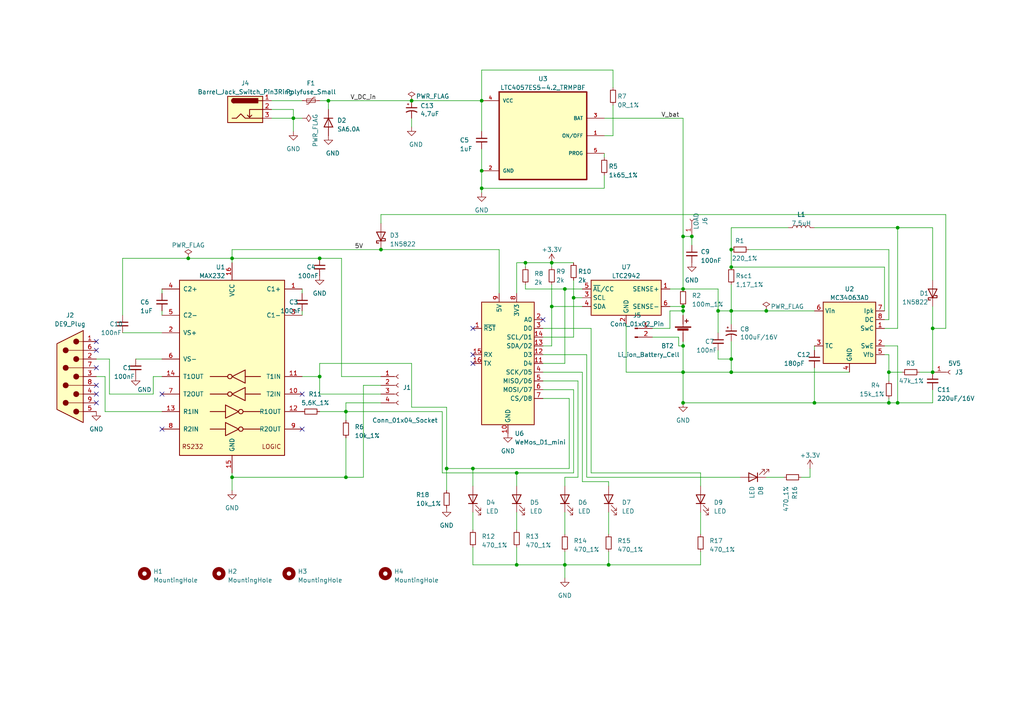
<source format=kicad_sch>
(kicad_sch (version 20230121) (generator eeschema)
  (paper "A4")
  (lib_symbols
    (symbol "Battery_Management:LTC2942"
      (property "Reference" "U" (at -10.16 6.35 0))
      (property "Value" "LTC2942" (at 10.16 6.35 0))
      (symbol "LTC2942_0_1"
        (rectangle (start -10.16 5.08) (end 10.16 -5.08) (stroke (width 0.254)) (fill (type background)))
      )
      (symbol "LTC2942_1_1"
        (pin passive line (at 12.7 2.54 180) (length 2.54) (name "SENSE+") (number "1"))
        (pin power_in line (at 0 -7.62 90) (length 2.54) (name "GND") (number "2"))
        (pin input line (at -12.7 0 0) (length 2.54) (name "SCL") (number "3"))
        (pin bidirectional line (at -12.7 -2.54 0) (length 2.54) (name "SDA") (number "4"))
        (pin bidirectional line (at -12.7 2.54 0) (length 2.54) (name "~{AL}/CC") (number "5"))
        (pin passive line (at 12.7 -2.54 180) (length 2.54) (name "SENSE-") (number "6"))
      )
    )
    (symbol "Connector:Barrel_Jack_Switch_Pin3Ring" (pin_names hide)
      (property "Reference" "J" (at 0 5.334 0))
      (property "Value" "Barrel_Jack_Switch_Pin3Ring" (at 0 -5.08 0))
      (symbol "Barrel_Jack_Switch_Pin3Ring_0_1"
        (rectangle (start -5.08 3.81) (end 5.08 -3.81) (stroke (width 0.254)) (fill (type background)))
        (arc (start -3.302 3.175) (mid -3.9343 2.54) (end -3.302 1.905) (stroke (width 0.254)))
        (arc (start -3.302 3.175) (mid -3.9343 2.54) (end -3.302 1.905) (stroke (width 0.254)) (fill (type outline)))
        (polyline (pts (xy 1.27 -2.286) (xy 1.905 -1.651)) (stroke (width 0.254)))
        (polyline (pts (xy 5.08 2.54) (xy 3.81 2.54)) (stroke (width 0.254)))
        (polyline (pts (xy 5.08 0) (xy 1.27 0) (xy 1.27 -2.286) (xy 0.635 -1.651)) (stroke (width 0.254)))
        (polyline (pts (xy -3.81 -2.54) (xy -2.54 -2.54) (xy -1.27 -1.27) (xy 0 -2.54) (xy 2.54 -2.54) (xy 5.08 -2.54)) (stroke (width 0.254)))
        (rectangle (start 3.683 3.175) (end -3.302 1.905) (stroke (width 0.254)) (fill (type outline)))
      )
      (symbol "Barrel_Jack_Switch_Pin3Ring_1_1"
        (pin passive line (at 7.62 2.54 180) (length 2.54) (name "~") (number "1"))
        (pin passive line (at 7.62 0 180) (length 2.54) (name "~") (number "2"))
        (pin passive line (at 7.62 -2.54 180) (length 2.54) (name "~") (number "3"))
      )
    )
    (symbol "Connector:Conn_01x01_Socket" (pin_names (offset 1.016) hide)
      (property "Reference" "J" (at 0 2.54 0))
      (property "Value" "Conn_01x01_Socket" (at 0 -2.54 0))
      (symbol "Conn_01x01_Socket_1_1"
        (polyline (pts (xy -1.27 0) (xy -0.508 0)) (stroke (width 0.1524)))
        (arc (start 0 0.508) (mid -0.5058 0) (end 0 -0.508) (stroke (width 0.1524)))
        (pin passive line (at -5.08 0 0) (length 3.81) (name "Pin_1") (number "1"))
      )
    )
    (symbol "Connector:Conn_01x02_Pin" (pin_names (offset 1.016) hide)
      (property "Reference" "J" (at 0 2.54 0))
      (property "Value" "Conn_01x02_Pin" (at 0 -5.08 0))
      (symbol "Conn_01x02_Pin_1_1"
        (polyline (pts (xy 1.27 -2.54) (xy 0.8636 -2.54)) (stroke (width 0.1524)))
        (polyline (pts (xy 1.27 0) (xy 0.8636 0)) (stroke (width 0.1524)))
        (rectangle (start 0.8636 -2.413) (end 0 -2.667) (stroke (width 0.1524)) (fill (type outline)))
        (rectangle (start 0.8636 0.127) (end 0 -0.127) (stroke (width 0.1524)) (fill (type outline)))
        (pin passive line (at 5.08 0 180) (length 3.81) (name "Pin_1") (number "1"))
        (pin passive line (at 5.08 -2.54 180) (length 3.81) (name "Pin_2") (number "2"))
      )
    )
    (symbol "Connector:Conn_01x04_Socket" (pin_names (offset 1.016) hide)
      (property "Reference" "J" (at 0 5.08 0))
      (property "Value" "Conn_01x04_Socket" (at 0 -7.62 0))
      (symbol "Conn_01x04_Socket_1_1"
        (arc (start 0 -4.572) (mid -0.5058 -5.08) (end 0 -5.588) (stroke (width 0.1524)))
        (arc (start 0 -2.032) (mid -0.5058 -2.54) (end 0 -3.048) (stroke (width 0.1524)))
        (polyline (pts (xy -1.27 -5.08) (xy -0.508 -5.08)) (stroke (width 0.1524)))
        (polyline (pts (xy -1.27 -2.54) (xy -0.508 -2.54)) (stroke (width 0.1524)))
        (polyline (pts (xy -1.27 0) (xy -0.508 0)) (stroke (width 0.1524)))
        (polyline (pts (xy -1.27 2.54) (xy -0.508 2.54)) (stroke (width 0.1524)))
        (arc (start 0 0.508) (mid -0.5058 0) (end 0 -0.508) (stroke (width 0.1524)))
        (arc (start 0 3.048) (mid -0.5058 2.54) (end 0 2.032) (stroke (width 0.1524)))
        (pin passive line (at -5.08 2.54 0) (length 3.81) (name "Pin_1") (number "1"))
        (pin passive line (at -5.08 0 0) (length 3.81) (name "Pin_2") (number "2"))
        (pin passive line (at -5.08 -2.54 0) (length 3.81) (name "Pin_3") (number "3"))
        (pin passive line (at -5.08 -5.08 0) (length 3.81) (name "Pin_4") (number "4"))
      )
    )
    (symbol "Connector:DE9_Plug" (pin_names (offset 1.016) hide)
      (property "Reference" "J" (at 0 13.97 0))
      (property "Value" "DE9_Plug" (at 0 -14.605 0))
      (symbol "DE9_Plug_0_1"
        (circle (center -1.778 -10.16) (radius 0.762) (fill (type outline)))
        (circle (center -1.778 -5.08) (radius 0.762) (fill (type outline)))
        (circle (center -1.778 0) (radius 0.762) (fill (type outline)))
        (circle (center -1.778 5.08) (radius 0.762) (fill (type outline)))
        (circle (center -1.778 10.16) (radius 0.762) (fill (type outline)))
        (polyline (pts (xy -3.81 -10.16) (xy -2.54 -10.16)))
        (polyline (pts (xy -3.81 -7.62) (xy 0.508 -7.62)))
        (polyline (pts (xy -3.81 -5.08) (xy -2.54 -5.08)))
        (polyline (pts (xy -3.81 -2.54) (xy 0.508 -2.54)))
        (polyline (pts (xy -3.81 0) (xy -2.54 0)))
        (polyline (pts (xy -3.81 2.54) (xy 0.508 2.54)))
        (polyline (pts (xy -3.81 5.08) (xy -2.54 5.08)))
        (polyline (pts (xy -3.81 7.62) (xy 0.508 7.62)))
        (polyline (pts (xy -3.81 10.16) (xy -2.54 10.16)))
        (polyline (pts (xy -3.81 -13.335) (xy -3.81 13.335) (xy 3.81 9.525) (xy 3.81 -9.525) (xy -3.81 -13.335)) (stroke (width 0.254)) (fill (type background)))
        (circle (center 1.27 -7.62) (radius 0.762) (fill (type outline)))
        (circle (center 1.27 -2.54) (radius 0.762) (fill (type outline)))
        (circle (center 1.27 2.54) (radius 0.762) (fill (type outline)))
        (circle (center 1.27 7.62) (radius 0.762) (fill (type outline)))
      )
      (symbol "DE9_Plug_1_1"
        (pin passive line (at -7.62 -10.16 0) (length 3.81) (name "1") (number "1"))
        (pin passive line (at -7.62 -5.08 0) (length 3.81) (name "2") (number "2"))
        (pin passive line (at -7.62 0 0) (length 3.81) (name "3") (number "3"))
        (pin passive line (at -7.62 5.08 0) (length 3.81) (name "4") (number "4"))
        (pin passive line (at -7.62 10.16 0) (length 3.81) (name "5") (number "5"))
        (pin passive line (at -7.62 -7.62 0) (length 3.81) (name "6") (number "6"))
        (pin passive line (at -7.62 -2.54 0) (length 3.81) (name "7") (number "7"))
        (pin passive line (at -7.62 2.54 0) (length 3.81) (name "8") (number "8"))
        (pin passive line (at -7.62 7.62 0) (length 3.81) (name "9") (number "9"))
      )
    )
    (symbol "Device:Battery_Cell" (pin_numbers hide) (pin_names (offset 0) hide)
      (property "Reference" "BT" (at 2.54 2.54 0))
      (property "Value" "Battery_Cell" (at 2.54 0 0))
      (symbol "Battery_Cell_0_1"
        (rectangle (start -2.286 1.778) (end 2.286 1.524) (fill (type outline)))
        (rectangle (start -1.5748 1.1938) (end 1.4732 0.6858) (fill (type outline)))
        (polyline (pts (xy 0 0.762) (xy 0 0)))
        (polyline (pts (xy 0 1.778) (xy 0 2.54)))
        (polyline (pts (xy 0.508 3.429) (xy 1.524 3.429)) (stroke (width 0.254)))
        (polyline (pts (xy 1.016 3.937) (xy 1.016 2.921)) (stroke (width 0.254)))
      )
      (symbol "Battery_Cell_1_1"
        (pin passive line (at 0 5.08 270) (length 2.54) (name "+") (number "1"))
        (pin passive line (at 0 -2.54 90) (length 2.54) (name "-") (number "2"))
      )
    )
    (symbol "Device:C_Polarized_Small_US" (pin_numbers hide) (pin_names (offset 0.254) hide)
      (property "Reference" "C" (at 0.254 1.778 0))
      (property "Value" "C_Polarized_Small_US" (at 0.254 -2.032 0))
      (symbol "C_Polarized_Small_US_0_1"
        (polyline (pts (xy -1.524 0.508) (xy 1.524 0.508)) (stroke (width 0.3048)))
        (polyline (pts (xy -1.27 1.524) (xy -0.762 1.524)))
        (polyline (pts (xy -1.016 1.27) (xy -1.016 1.778)))
        (arc (start 1.524 -0.762) (mid 0 -0.3734) (end -1.524 -0.762) (stroke (width 0.3048)))
      )
      (symbol "C_Polarized_Small_US_1_1"
        (pin passive line (at 0 2.54 270) (length 2.032) (name "~") (number "1"))
        (pin passive line (at 0 -2.54 90) (length 2.032) (name "~") (number "2"))
      )
    )
    (symbol "Device:C_Small" (pin_numbers hide) (pin_names (offset 0.254) hide)
      (property "Reference" "C" (at 0.254 1.778 0))
      (property "Value" "C_Small" (at 0.254 -2.032 0))
      (symbol "C_Small_0_1"
        (polyline (pts (xy -1.524 -0.508) (xy 1.524 -0.508)) (stroke (width 0.3302)))
        (polyline (pts (xy -1.524 0.508) (xy 1.524 0.508)) (stroke (width 0.3048)))
      )
      (symbol "C_Small_1_1"
        (pin passive line (at 0 2.54 270) (length 2.032) (name "~") (number "1"))
        (pin passive line (at 0 -2.54 90) (length 2.032) (name "~") (number "2"))
      )
    )
    (symbol "Device:L" (pin_numbers hide) (pin_names (offset 1.016) hide)
      (property "Reference" "L" (at -1.27 0 90))
      (property "Value" "L" (at 1.905 0 90))
      (symbol "L_0_1"
        (arc (start 0 -2.54) (mid 0.6323 -1.905) (end 0 -1.27))
        (arc (start 0 -1.27) (mid 0.6323 -0.635) (end 0 0))
        (arc (start 0 0) (mid 0.6323 0.635) (end 0 1.27))
        (arc (start 0 1.27) (mid 0.6323 1.905) (end 0 2.54))
      )
      (symbol "L_1_1"
        (pin passive line (at 0 3.81 270) (length 1.27) (name "1") (number "1"))
        (pin passive line (at 0 -3.81 90) (length 1.27) (name "2") (number "2"))
      )
    )
    (symbol "Device:LED" (pin_numbers hide) (pin_names (offset 1.016) hide)
      (property "Reference" "D" (at 0 2.54 0))
      (property "Value" "LED" (at 0 -2.54 0))
      (symbol "LED_0_1"
        (polyline (pts (xy -1.27 -1.27) (xy -1.27 1.27)) (stroke (width 0.254)))
        (polyline (pts (xy -1.27 0) (xy 1.27 0)))
        (polyline (pts (xy 1.27 -1.27) (xy 1.27 1.27) (xy -1.27 0) (xy 1.27 -1.27)) (stroke (width 0.254)))
        (polyline (pts (xy -3.048 -0.762) (xy -4.572 -2.286) (xy -3.81 -2.286) (xy -4.572 -2.286) (xy -4.572 -1.524)))
        (polyline (pts (xy -1.778 -0.762) (xy -3.302 -2.286) (xy -2.54 -2.286) (xy -3.302 -2.286) (xy -3.302 -1.524)))
      )
      (symbol "LED_1_1"
        (pin passive line (at -3.81 0 0) (length 2.54) (name "K") (number "1"))
        (pin passive line (at 3.81 0 180) (length 2.54) (name "A") (number "2"))
      )
    )
    (symbol "Device:Polyfuse_Small" (pin_numbers hide) (pin_names (offset 0))
      (property "Reference" "F" (at -1.905 0 90))
      (property "Value" "Polyfuse_Small" (at 1.905 0 90))
      (symbol "Polyfuse_Small_0_1"
        (rectangle (start -0.508 1.27) (end 0.508 -1.27))
        (polyline (pts (xy 0 2.54) (xy 0 -2.54)))
        (polyline (pts (xy -1.016 1.27) (xy -1.016 0.762) (xy 1.016 -0.762) (xy 1.016 -1.27)))
      )
      (symbol "Polyfuse_Small_1_1"
        (pin passive line (at 0 2.54 270) (length 0.635) (name "~") (number "1"))
        (pin passive line (at 0 -2.54 90) (length 0.635) (name "~") (number "2"))
      )
    )
    (symbol "Device:R_Small" (pin_numbers hide) (pin_names (offset 0.254) hide)
      (property "Reference" "R" (at 0.762 0.508 0))
      (property "Value" "R_Small" (at 0.762 -1.016 0))
      (symbol "R_Small_0_1"
        (rectangle (start -0.762 1.778) (end 0.762 -1.778) (stroke (width 0.2032)))
      )
      (symbol "R_Small_1_1"
        (pin passive line (at 0 2.54 270) (length 0.762) (name "~") (number "1"))
        (pin passive line (at 0 -2.54 90) (length 0.762) (name "~") (number "2"))
      )
    )
    (symbol "Diode:1N5400" (pin_numbers hide) (pin_names hide)
      (property "Reference" "D" (at 0 2.54 0))
      (property "Value" "1N5400" (at 0 -2.54 0))
      (symbol "1N5400_0_1"
        (polyline (pts (xy -1.27 1.27) (xy -1.27 -1.27)) (stroke (width 0.254)))
        (polyline (pts (xy 1.27 0) (xy -1.27 0)))
        (polyline (pts (xy 1.27 1.27) (xy 1.27 -1.27) (xy -1.27 0) (xy 1.27 1.27)) (stroke (width 0.254)))
      )
      (symbol "1N5400_1_1"
        (pin passive line (at -3.81 0 0) (length 2.54) (name "K") (number "1"))
        (pin passive line (at 3.81 0 180) (length 2.54) (name "A") (number "2"))
      )
    )
    (symbol "Diode:1N5822" (pin_numbers hide) (pin_names (offset 1.016) hide)
      (property "Reference" "D" (at 0 2.54 0))
      (property "Value" "1N5822" (at 0 -2.54 0))
      (symbol "1N5822_0_1"
        (polyline (pts (xy 1.27 0) (xy -1.27 0)))
        (polyline (pts (xy 1.27 1.27) (xy 1.27 -1.27) (xy -1.27 0) (xy 1.27 1.27)) (stroke (width 0.254)))
        (polyline (pts (xy -1.905 0.635) (xy -1.905 1.27) (xy -1.27 1.27) (xy -1.27 -1.27) (xy -0.635 -1.27) (xy -0.635 -0.635)) (stroke (width 0.254)))
      )
      (symbol "1N5822_1_1"
        (pin passive line (at -3.81 0 0) (length 2.54) (name "K") (number "1"))
        (pin passive line (at 3.81 0 180) (length 2.54) (name "A") (number "2"))
      )
    )
    (symbol "Interface_UART:MAX232" (pin_names (offset 1.016))
      (property "Reference" "U" (at -2.54 28.575 0))
      (property "Value" "MAX232" (at -2.54 26.67 0))
      (symbol "MAX232_0_0"
        (text "LOGIC" (at -11.43 -22.86 0) (effects (font (size 1.27 1.27))))
        (text "RS232" (at 11.43 -22.86 0) (effects (font (size 1.27 1.27))))
      )
      (symbol "MAX232_0_1"
        (rectangle (start -15.24 -25.4) (end 15.24 25.4) (stroke (width 0.254)) (fill (type background)))
        (circle (center -2.54 -17.78) (radius 0.635) (stroke (width 0.254)))
        (circle (center -2.54 -12.7) (radius 0.635) (stroke (width 0.254)))
        (polyline (pts (xy -3.81 -7.62) (xy -8.255 -7.62)) (stroke (width 0.254)))
        (polyline (pts (xy -3.81 -2.54) (xy -8.255 -2.54)) (stroke (width 0.254)))
        (polyline (pts (xy -3.175 -17.78) (xy -8.255 -17.78)) (stroke (width 0.254)))
        (polyline (pts (xy -3.175 -12.7) (xy -8.255 -12.7)) (stroke (width 0.254)))
        (polyline (pts (xy 1.27 -7.62) (xy 6.35 -7.62)) (stroke (width 0.254)))
        (polyline (pts (xy 1.27 -2.54) (xy 6.35 -2.54)) (stroke (width 0.254)))
        (polyline (pts (xy 1.905 -17.78) (xy 6.35 -17.78)) (stroke (width 0.254)))
        (polyline (pts (xy 1.905 -12.7) (xy 6.35 -12.7)) (stroke (width 0.254)))
        (polyline (pts (xy -3.81 -5.715) (xy -3.81 -9.525) (xy 0 -7.62) (xy -3.81 -5.715)) (stroke (width 0.254)))
        (polyline (pts (xy -3.81 -0.635) (xy -3.81 -4.445) (xy 0 -2.54) (xy -3.81 -0.635)) (stroke (width 0.254)))
        (polyline (pts (xy 1.905 -15.875) (xy 1.905 -19.685) (xy -1.905 -17.78) (xy 1.905 -15.875)) (stroke (width 0.254)))
        (polyline (pts (xy 1.905 -10.795) (xy 1.905 -14.605) (xy -1.905 -12.7) (xy 1.905 -10.795)) (stroke (width 0.254)))
        (circle (center 0.635 -7.62) (radius 0.635) (stroke (width 0.254)))
        (circle (center 0.635 -2.54) (radius 0.635) (stroke (width 0.254)))
      )
      (symbol "MAX232_1_1"
        (pin passive line (at -20.32 22.86 0) (length 5.08) (name "C1+") (number "1"))
        (pin input line (at -20.32 -7.62 0) (length 5.08) (name "T2IN") (number "10"))
        (pin input line (at -20.32 -2.54 0) (length 5.08) (name "T1IN") (number "11"))
        (pin output line (at -20.32 -12.7 0) (length 5.08) (name "R1OUT") (number "12"))
        (pin input line (at 20.32 -12.7 180) (length 5.08) (name "R1IN") (number "13"))
        (pin output line (at 20.32 -2.54 180) (length 5.08) (name "T1OUT") (number "14"))
        (pin power_in line (at 0 -30.48 90) (length 5.08) (name "GND") (number "15"))
        (pin power_in line (at 0 30.48 270) (length 5.08) (name "VCC") (number "16"))
        (pin power_out line (at 20.32 10.16 180) (length 5.08) (name "VS+") (number "2"))
        (pin passive line (at -20.32 15.24 0) (length 5.08) (name "C1-") (number "3"))
        (pin passive line (at 20.32 22.86 180) (length 5.08) (name "C2+") (number "4"))
        (pin passive line (at 20.32 15.24 180) (length 5.08) (name "C2-") (number "5"))
        (pin power_out line (at 20.32 2.54 180) (length 5.08) (name "VS-") (number "6"))
        (pin output line (at 20.32 -7.62 180) (length 5.08) (name "T2OUT") (number "7"))
        (pin input line (at 20.32 -17.78 180) (length 5.08) (name "R2IN") (number "8"))
        (pin output line (at -20.32 -17.78 0) (length 5.08) (name "R2OUT") (number "9"))
      )
    )
    (symbol "LTC4057ES5-4.2_TRMPBF:LTC4057ES5-4.2_TRMPBF" (pin_names (offset 1.016))
      (property "Reference" "U" (at -12.7 13.7 0))
      (property "Value" "LTC4057ES5-4.2_TRMPBF" (at -12.7 -16.7 0))
      (symbol "LTC4057ES5-4.2_TRMPBF_0_0"
        (rectangle (start -12.7 -12.7) (end 12.7 12.7) (stroke (width 0.41)) (fill (type background)))
        (pin bidirectional line (at -17.78 0 0) (length 5.08) (name "ON/OFF") (number "1"))
        (pin power_in line (at 17.78 -10.16 180) (length 5.08) (name "GND") (number "2"))
        (pin bidirectional line (at -17.78 5.08 0) (length 5.08) (name "BAT") (number "3"))
        (pin power_in line (at 17.78 10.16 180) (length 5.08) (name "VCC") (number "4"))
        (pin bidirectional line (at -17.78 -5.08 0) (length 5.08) (name "PROG") (number "5"))
      )
    )
    (symbol "MCU_Module:WeMos_D1_mini"
      (property "Reference" "U" (at 3.81 19.05 0))
      (property "Value" "WeMos_D1_mini" (at 1.27 -19.05 0))
      (symbol "WeMos_D1_mini_1_1"
        (rectangle (start -7.62 17.78) (end 7.62 -17.78) (stroke (width 0.254)) (fill (type background)))
        (pin input line (at -10.16 10.16 0) (length 2.54) (name "~{RST}") (number "1"))
        (pin power_in line (at 0 -20.32 90) (length 2.54) (name "GND") (number "10"))
        (pin bidirectional line (at 10.16 0 180) (length 2.54) (name "D4") (number "11"))
        (pin bidirectional line (at 10.16 2.54 180) (length 2.54) (name "D3") (number "12"))
        (pin bidirectional line (at 10.16 5.08 180) (length 2.54) (name "SDA/D2") (number "13"))
        (pin bidirectional line (at 10.16 7.62 180) (length 2.54) (name "SCL/D1") (number "14"))
        (pin input line (at -10.16 2.54 0) (length 2.54) (name "RX") (number "15"))
        (pin output line (at -10.16 0 0) (length 2.54) (name "TX") (number "16"))
        (pin input line (at 10.16 12.7 180) (length 2.54) (name "A0") (number "2"))
        (pin bidirectional line (at 10.16 10.16 180) (length 2.54) (name "D0") (number "3"))
        (pin bidirectional line (at 10.16 -2.54 180) (length 2.54) (name "SCK/D5") (number "4"))
        (pin bidirectional line (at 10.16 -5.08 180) (length 2.54) (name "MISO/D6") (number "5"))
        (pin bidirectional line (at 10.16 -7.62 180) (length 2.54) (name "MOSI/D7") (number "6"))
        (pin bidirectional line (at 10.16 -10.16 180) (length 2.54) (name "CS/D8") (number "7"))
        (pin power_out line (at 2.54 20.32 270) (length 2.54) (name "3V3") (number "8"))
        (pin power_in line (at -2.54 20.32 270) (length 2.54) (name "5V") (number "9"))
      )
    )
    (symbol "Mechanical:MountingHole" (pin_names (offset 1.016))
      (property "Reference" "H" (at 0 5.08 0))
      (property "Value" "MountingHole" (at 0 3.175 0))
      (symbol "MountingHole_0_1"
        (circle (center 0 0) (radius 1.27) (stroke (width 1.27)))
      )
    )
    (symbol "Regulator_Switching:MC34063AD"
      (property "Reference" "U" (at -7.62 8.89 0))
      (property "Value" "MC34063AD" (at 0 8.89 0))
      (symbol "MC34063AD_0_1"
        (rectangle (start -7.62 7.62) (end 7.62 -10.16) (stroke (width 0.254)) (fill (type background)))
      )
      (symbol "MC34063AD_1_1"
        (pin open_collector line (at 10.16 0 180) (length 2.54) (name "SwC") (number "1"))
        (pin open_emitter line (at 10.16 -5.08 180) (length 2.54) (name "SwE") (number "2"))
        (pin passive line (at -10.16 -5.08 0) (length 2.54) (name "TC") (number "3"))
        (pin power_in line (at 0 -12.7 90) (length 2.54) (name "GND") (number "4"))
        (pin input line (at 10.16 -7.62 180) (length 2.54) (name "Vfb") (number "5"))
        (pin power_in line (at -10.16 5.08 0) (length 2.54) (name "Vin") (number "6"))
        (pin input line (at 10.16 5.08 180) (length 2.54) (name "Ipk") (number "7"))
        (pin open_collector line (at 10.16 2.54 180) (length 2.54) (name "DC") (number "8"))
      )
    )
    (symbol "power:+3.3V" (power) (pin_names (offset 0))
      (property "Value" "+3.3V" (at 0 3.556 0))
      (symbol "+3.3V_0_1"
        (polyline (pts (xy -0.762 1.27) (xy 0 2.54)))
        (polyline (pts (xy 0 0) (xy 0 2.54)))
        (polyline (pts (xy 0 2.54) (xy 0.762 1.27)))
      )
      (symbol "+3.3V_1_1"
        (pin power_in line (at 0 0 90) (length 0) hide (name "+3.3V") (number "1"))
      )
    )
    (symbol "power:GND" (power) (pin_names (offset 0))
      (property "Value" "GND" (at 0 -3.81 0))
      (symbol "GND_0_1"
        (polyline (pts (xy 0 0) (xy 0 -1.27) (xy 1.27 -1.27) (xy 0 -2.54) (xy -1.27 -1.27) (xy 0 -1.27)))
      )
      (symbol "GND_1_1"
        (pin power_in line (at 0 0 270) (length 0) hide (name "GND") (number "1"))
      )
    )
    (symbol "power:PWR_FLAG" (power) (pin_numbers hide) (pin_names (offset 0) hide)
      (property "Value" "PWR_FLAG" (at 0 3.81 0))
      (symbol "PWR_FLAG_0_0"
        (pin power_out line (at 0 0 90) (length 0) (name "pwr") (number "1"))
      )
      (symbol "PWR_FLAG_0_1"
        (polyline (pts (xy 0 0) (xy 0 1.27) (xy -1.016 1.905) (xy 0 2.54) (xy 1.016 1.905) (xy 0 1.27)))
      )
    )
  )
  (junction (at 212.09 72.39))
  (junction (at 67.31 138.43))
  (junction (at 92.71 74.93))
  (junction (at 270.51 95.25))
  (junction (at 54.61 74.93))
  (junction (at 139.7 54.61))
  (junction (at 100.33 119.38))
  (junction (at 198.12 90.17))
  (junction (at 198.12 100.33))
  (junction (at 260.35 116.84))
  (junction (at 67.31 74.93))
  (junction (at 149.86 137.16))
  (junction (at 212.09 104.14))
  (junction (at 200.66 68.58))
  (junction (at 163.83 163.83))
  (junction (at 149.86 163.83))
  (junction (at 119.38 29.21))
  (junction (at 212.09 77.47))
  (junction (at 198.12 68.58))
  (junction (at 260.35 66.04))
  (junction (at 139.7 49.53))
  (junction (at 85.09 34.29))
  (junction (at 236.22 116.84))
  (junction (at 198.12 107.95))
  (junction (at 212.09 107.95))
  (junction (at 95.25 29.21))
  (junction (at 198.12 88.9))
  (junction (at 92.71 109.22))
  (junction (at 160.02 76.2))
  (junction (at 110.49 72.39))
  (junction (at 137.16 135.89))
  (junction (at 129.54 135.89))
  (junction (at 163.83 83.82))
  (junction (at 208.28 90.17))
  (junction (at 257.81 107.95))
  (junction (at 166.37 86.36))
  (junction (at 198.12 83.82))
  (junction (at 139.7 29.21))
  (junction (at 270.51 107.95))
  (junction (at 212.09 90.17))
  (junction (at 152.4 76.2))
  (junction (at 257.81 116.84))
  (junction (at 100.33 138.43))
  (junction (at 176.53 163.83))
  (junction (at 222.25 90.17))
  (junction (at 198.12 116.84))
  (junction (at 160.02 88.9))
  (no_connect (at 27.94 101.6))
  (no_connect (at 46.99 124.46))
  (no_connect (at 27.94 99.06))
  (no_connect (at 87.63 114.3))
  (no_connect (at 137.16 95.25))
  (no_connect (at 46.99 114.3))
  (no_connect (at 157.48 92.71))
  (no_connect (at 27.94 106.68))
  (no_connect (at 27.94 116.84))
  (no_connect (at 87.63 124.46))
  (no_connect (at 27.94 114.3))
  (no_connect (at 27.94 111.76))
  (no_connect (at 137.16 102.87))
  (no_connect (at 137.16 105.41))
  (wire (pts (xy 198.12 99.06) (xy 198.12 100.33)))
  (wire (pts (xy 149.86 137.16) (xy 149.86 140.97)))
  (wire (pts (xy 85.09 38.1) (xy 85.09 34.29)))
  (wire (pts (xy 189.23 95.25) (xy 194.31 95.25)))
  (wire (pts (xy 157.48 110.49) (xy 167.64 110.49)))
  (wire (pts (xy 170.18 138.43) (xy 214.63 138.43)))
  (wire (pts (xy 181.61 93.98) (xy 181.61 107.95)))
  (wire (pts (xy 137.16 148.59) (xy 137.16 153.67)))
  (wire (pts (xy 194.31 88.9) (xy 198.12 88.9)))
  (wire (pts (xy 166.37 113.03) (xy 157.48 113.03)))
  (wire (pts (xy 198.12 88.9) (xy 198.12 90.17)))
  (wire (pts (xy 157.48 105.41) (xy 163.83 105.41)))
  (wire (pts (xy 257.81 107.95) (xy 261.62 107.95)))
  (wire (pts (xy 39.37 104.14) (xy 46.99 104.14)))
  (wire (pts (xy 256.54 90.17) (xy 256.54 77.47)))
  (wire (pts (xy 256.54 92.71) (xy 257.81 92.71)))
  (wire (pts (xy 270.51 81.28) (xy 270.51 66.04)))
  (wire (pts (xy 208.28 96.52) (xy 208.28 90.17)))
  (wire (pts (xy 165.1 135.89) (xy 137.16 135.89)))
  (wire (pts (xy 110.49 114.3) (xy 92.71 114.3)))
  (wire (pts (xy 139.7 54.61) (xy 139.7 55.88)))
  (wire (pts (xy 260.35 100.33) (xy 260.35 116.84)))
  (wire (pts (xy 166.37 81.28) (xy 166.37 86.36)))
  (wire (pts (xy 35.56 74.93) (xy 54.61 74.93)))
  (wire (pts (xy 257.81 72.39) (xy 217.17 72.39)))
  (wire (pts (xy 260.35 116.84) (xy 257.81 116.84)))
  (wire (pts (xy 228.6 66.04) (xy 212.09 66.04)))
  (wire (pts (xy 176.53 148.59) (xy 176.53 154.94)))
  (wire (pts (xy 171.45 95.25) (xy 171.45 137.16)))
  (wire (pts (xy 163.83 163.83) (xy 163.83 167.64)))
  (wire (pts (xy 177.8 25.4) (xy 177.8 20.32)))
  (wire (pts (xy 44.45 109.22) (xy 44.45 114.3)))
  (wire (pts (xy 175.26 34.29) (xy 198.12 34.29)))
  (wire (pts (xy 35.56 96.52) (xy 46.99 96.52)))
  (wire (pts (xy 175.26 54.61) (xy 139.7 54.61)))
  (wire (pts (xy 157.48 115.57) (xy 165.1 115.57)))
  (wire (pts (xy 92.71 114.3) (xy 92.71 109.22)))
  (wire (pts (xy 212.09 90.17) (xy 222.25 90.17)))
  (wire (pts (xy 212.09 77.47) (xy 256.54 77.47)))
  (wire (pts (xy 165.1 115.57) (xy 165.1 135.89)))
  (wire (pts (xy 92.71 109.22) (xy 87.63 109.22)))
  (wire (pts (xy 176.53 163.83) (xy 163.83 163.83)))
  (wire (pts (xy 110.49 116.84) (xy 100.33 116.84)))
  (wire (pts (xy 27.94 104.14) (xy 31.75 104.14)))
  (wire (pts (xy 177.8 39.37) (xy 175.26 39.37)))
  (wire (pts (xy 194.31 95.25) (xy 194.31 90.17)))
  (wire (pts (xy 129.54 118.11) (xy 129.54 135.89)))
  (wire (pts (xy 92.71 119.38) (xy 100.33 119.38)))
  (wire (pts (xy 67.31 72.39) (xy 67.31 74.93)))
  (wire (pts (xy 270.51 95.25) (xy 270.51 107.95)))
  (wire (pts (xy 166.37 86.36) (xy 168.91 86.36)))
  (wire (pts (xy 152.4 83.82) (xy 163.83 83.82)))
  (wire (pts (xy 168.91 107.95) (xy 168.91 139.7)))
  (wire (pts (xy 152.4 76.2) (xy 160.02 76.2)))
  (wire (pts (xy 67.31 137.16) (xy 67.31 138.43)))
  (wire (pts (xy 149.86 76.2) (xy 152.4 76.2)))
  (wire (pts (xy 234.95 135.89) (xy 234.95 138.43)))
  (wire (pts (xy 139.7 29.21) (xy 139.7 38.1)))
  (wire (pts (xy 139.7 20.32) (xy 139.7 29.21)))
  (wire (pts (xy 208.28 90.17) (xy 208.28 83.82)))
  (wire (pts (xy 260.35 95.25) (xy 260.35 66.04)))
  (wire (pts (xy 163.83 160.02) (xy 163.83 163.83)))
  (wire (pts (xy 203.2 148.59) (xy 203.2 154.94)))
  (wire (pts (xy 144.78 72.39) (xy 110.49 72.39)))
  (wire (pts (xy 266.7 107.95) (xy 270.51 107.95)))
  (wire (pts (xy 236.22 106.68) (xy 236.22 116.84)))
  (wire (pts (xy 270.51 113.03) (xy 270.51 116.84)))
  (wire (pts (xy 198.12 116.84) (xy 236.22 116.84)))
  (wire (pts (xy 46.99 83.82) (xy 46.99 85.09)))
  (wire (pts (xy 208.28 104.14) (xy 212.09 104.14)))
  (wire (pts (xy 100.33 119.38) (xy 128.27 119.38)))
  (wire (pts (xy 87.63 90.17) (xy 87.63 91.44)))
  (wire (pts (xy 160.02 82.55) (xy 160.02 88.9)))
  (wire (pts (xy 274.32 95.25) (xy 270.51 95.25)))
  (wire (pts (xy 177.8 30.48) (xy 177.8 39.37)))
  (wire (pts (xy 208.28 83.82) (xy 198.12 83.82)))
  (wire (pts (xy 236.22 116.84) (xy 257.81 116.84)))
  (wire (pts (xy 257.81 92.71) (xy 257.81 72.39)))
  (wire (pts (xy 236.22 66.04) (xy 260.35 66.04)))
  (wire (pts (xy 198.12 107.95) (xy 198.12 116.84)))
  (wire (pts (xy 212.09 104.14) (xy 212.09 107.95)))
  (wire (pts (xy 203.2 160.02) (xy 203.2 163.83)))
  (wire (pts (xy 212.09 72.39) (xy 212.09 77.47)))
  (wire (pts (xy 30.48 109.22) (xy 30.48 119.38)))
  (wire (pts (xy 139.7 49.53) (xy 139.7 54.61)))
  (wire (pts (xy 163.83 163.83) (xy 149.86 163.83)))
  (wire (pts (xy 200.66 68.58) (xy 200.66 71.12)))
  (wire (pts (xy 67.31 142.24) (xy 67.31 138.43)))
  (wire (pts (xy 152.4 83.82) (xy 152.4 82.55)))
  (wire (pts (xy 100.33 138.43) (xy 105.41 138.43)))
  (wire (pts (xy 257.81 102.87) (xy 257.81 107.95)))
  (wire (pts (xy 194.31 90.17) (xy 198.12 90.17)))
  (wire (pts (xy 92.71 105.41) (xy 119.38 105.41)))
  (wire (pts (xy 166.37 137.16) (xy 166.37 113.03)))
  (wire (pts (xy 194.31 83.82) (xy 198.12 83.82)))
  (wire (pts (xy 110.49 64.77) (xy 110.49 62.23)))
  (wire (pts (xy 105.41 111.76) (xy 105.41 138.43)))
  (wire (pts (xy 67.31 74.93) (xy 92.71 74.93)))
  (wire (pts (xy 232.41 138.43) (xy 234.95 138.43)))
  (wire (pts (xy 92.71 105.41) (xy 92.71 109.22)))
  (wire (pts (xy 44.45 114.3) (xy 31.75 114.3)))
  (wire (pts (xy 167.64 110.49) (xy 167.64 138.43)))
  (wire (pts (xy 100.33 127) (xy 100.33 138.43)))
  (wire (pts (xy 198.12 34.29) (xy 198.12 68.58)))
  (wire (pts (xy 212.09 82.55) (xy 212.09 90.17)))
  (wire (pts (xy 163.83 148.59) (xy 163.83 154.94)))
  (wire (pts (xy 157.48 97.79) (xy 166.37 97.79)))
  (wire (pts (xy 35.56 74.93) (xy 35.56 91.44)))
  (wire (pts (xy 27.94 109.22) (xy 30.48 109.22)))
  (wire (pts (xy 149.86 76.2) (xy 149.86 85.09)))
  (wire (pts (xy 176.53 163.83) (xy 203.2 163.83)))
  (wire (pts (xy 163.83 105.41) (xy 163.83 83.82)))
  (wire (pts (xy 177.8 20.32) (xy 139.7 20.32)))
  (wire (pts (xy 110.49 62.23) (xy 274.32 62.23)))
  (wire (pts (xy 212.09 99.06) (xy 212.09 104.14)))
  (wire (pts (xy 137.16 158.75) (xy 137.16 163.83)))
  (wire (pts (xy 257.81 115.57) (xy 257.81 116.84)))
  (wire (pts (xy 222.25 90.17) (xy 236.22 90.17)))
  (wire (pts (xy 257.81 107.95) (xy 257.81 110.49)))
  (wire (pts (xy 95.25 31.75) (xy 95.25 29.21)))
  (wire (pts (xy 176.53 139.7) (xy 168.91 139.7)))
  (wire (pts (xy 157.48 100.33) (xy 160.02 100.33)))
  (wire (pts (xy 149.86 148.59) (xy 149.86 153.67)))
  (wire (pts (xy 176.53 140.97) (xy 176.53 139.7)))
  (wire (pts (xy 208.28 101.6) (xy 208.28 104.14)))
  (wire (pts (xy 129.54 118.11) (xy 119.38 118.11)))
  (wire (pts (xy 100.33 119.38) (xy 100.33 121.92)))
  (wire (pts (xy 198.12 68.58) (xy 198.12 83.82)))
  (wire (pts (xy 274.32 62.23) (xy 274.32 95.25)))
  (wire (pts (xy 203.2 137.16) (xy 203.2 140.97)))
  (wire (pts (xy 119.38 34.29) (xy 119.38 36.83)))
  (wire (pts (xy 181.61 107.95) (xy 198.12 107.95)))
  (wire (pts (xy 270.51 88.9) (xy 270.51 95.25)))
  (wire (pts (xy 78.74 29.21) (xy 87.63 29.21)))
  (wire (pts (xy 189.23 97.79) (xy 196.85 97.79)))
  (wire (pts (xy 227.33 138.43) (xy 222.25 138.43)))
  (wire (pts (xy 85.09 34.29) (xy 78.74 34.29)))
  (wire (pts (xy 198.12 68.58) (xy 200.66 68.58)))
  (wire (pts (xy 176.53 160.02) (xy 176.53 163.83)))
  (wire (pts (xy 139.7 43.18) (xy 139.7 49.53)))
  (wire (pts (xy 100.33 116.84) (xy 100.33 119.38)))
  (wire (pts (xy 31.75 104.14) (xy 31.75 114.3)))
  (wire (pts (xy 171.45 137.16) (xy 203.2 137.16)))
  (wire (pts (xy 256.54 102.87) (xy 257.81 102.87)))
  (wire (pts (xy 95.25 29.21) (xy 119.38 29.21)))
  (wire (pts (xy 67.31 138.43) (xy 100.33 138.43)))
  (wire (pts (xy 85.09 34.29) (xy 87.63 34.29)))
  (wire (pts (xy 144.78 85.09) (xy 144.78 72.39)))
  (wire (pts (xy 119.38 118.11) (xy 119.38 105.41)))
  (wire (pts (xy 110.49 111.76) (xy 105.41 111.76)))
  (wire (pts (xy 67.31 74.93) (xy 67.31 76.2)))
  (wire (pts (xy 54.61 74.93) (xy 67.31 74.93)))
  (wire (pts (xy 92.71 74.93) (xy 99.06 74.93)))
  (wire (pts (xy 85.09 31.75) (xy 85.09 34.29)))
  (wire (pts (xy 163.83 83.82) (xy 168.91 83.82)))
  (wire (pts (xy 119.38 29.21) (xy 139.7 29.21)))
  (wire (pts (xy 87.63 83.82) (xy 87.63 85.09)))
  (wire (pts (xy 149.86 158.75) (xy 149.86 163.83)))
  (wire (pts (xy 137.16 135.89) (xy 129.54 135.89)))
  (wire (pts (xy 157.48 95.25) (xy 171.45 95.25)))
  (wire (pts (xy 260.35 66.04) (xy 270.51 66.04)))
  (wire (pts (xy 212.09 107.95) (xy 198.12 107.95)))
  (wire (pts (xy 166.37 86.36) (xy 166.37 97.79)))
  (wire (pts (xy 196.85 100.33) (xy 198.12 100.33)))
  (wire (pts (xy 128.27 137.16) (xy 149.86 137.16)))
  (wire (pts (xy 129.54 135.89) (xy 129.54 142.24)))
  (wire (pts (xy 110.49 72.39) (xy 67.31 72.39)))
  (wire (pts (xy 149.86 137.16) (xy 166.37 137.16)))
  (wire (pts (xy 212.09 107.95) (xy 246.38 107.95)))
  (wire (pts (xy 212.09 66.04) (xy 212.09 72.39)))
  (wire (pts (xy 198.12 100.33) (xy 198.12 107.95)))
  (wire (pts (xy 46.99 109.22) (xy 44.45 109.22)))
  (wire (pts (xy 167.64 138.43) (xy 163.83 138.43)))
  (wire (pts (xy 256.54 95.25) (xy 260.35 95.25)))
  (wire (pts (xy 256.54 100.33) (xy 260.35 100.33)))
  (wire (pts (xy 163.83 138.43) (xy 163.83 140.97)))
  (wire (pts (xy 175.26 50.8) (xy 175.26 54.61)))
  (wire (pts (xy 160.02 76.2) (xy 166.37 76.2)))
  (wire (pts (xy 152.4 76.2) (xy 152.4 77.47)))
  (wire (pts (xy 208.28 90.17) (xy 212.09 90.17)))
  (wire (pts (xy 137.16 135.89) (xy 137.16 140.97)))
  (wire (pts (xy 46.99 119.38) (xy 30.48 119.38)))
  (wire (pts (xy 95.25 29.21) (xy 92.71 29.21)))
  (wire (pts (xy 46.99 90.17) (xy 46.99 91.44)))
  (wire (pts (xy 157.48 102.87) (xy 170.18 102.87)))
  (wire (pts (xy 212.09 93.98) (xy 212.09 90.17)))
  (wire (pts (xy 128.27 119.38) (xy 128.27 137.16)))
  (wire (pts (xy 160.02 88.9) (xy 168.91 88.9)))
  (wire (pts (xy 160.02 88.9) (xy 160.02 100.33)))
  (wire (pts (xy 236.22 101.6) (xy 236.22 100.33)))
  (wire (pts (xy 99.06 74.93) (xy 99.06 109.22)))
  (wire (pts (xy 198.12 90.17) (xy 198.12 91.44)))
  (wire (pts (xy 78.74 31.75) (xy 85.09 31.75)))
  (wire (pts (xy 170.18 102.87) (xy 170.18 138.43)))
  (wire (pts (xy 175.26 44.45) (xy 175.26 45.72)))
  (wire (pts (xy 160.02 76.2) (xy 160.02 77.47)))
  (wire (pts (xy 149.86 163.83) (xy 137.16 163.83)))
  (wire (pts (xy 99.06 109.22) (xy 110.49 109.22)))
  (wire (pts (xy 157.48 107.95) (xy 168.91 107.95)))
  (wire (pts (xy 196.85 97.79) (xy 196.85 100.33)))
  (wire (pts (xy 270.51 116.84) (xy 260.35 116.84)))
  (label "V_DC_in" (at 101.6 29.21 0))
  (label "V_bat" (at 191.77 34.29 0))
  (label "5V" (at 102.87 72.39 0))
  (symbol (lib_id "Device:R_Small") (at 166.37 78.74 0) (unit 1)
    (property "Reference" "R10" (at 167.64 78.74 0) (effects (justify left)))
    (property "Value" "2k" (at 167.64 81.28 0) (effects (justify left)))
  )
  (symbol (lib_id "Diode:1N5400") (at 95.25 35.56 270) (unit 1)
    (property "Reference" "D2" (at 97.79 34.925 90) (effects (justify left)))
    (property "Value" "SA6.0A" (at 97.79 37.465 90) (effects (justify left)))
    (property "Footprint" "Diode_THT:D_DO-15_P12.70mm_Horizontal" (effects hide))
    (property "Datasheet" "http://www.vishay.com/docs/88516/1n5400.pdf" (effects hide))
    (property "Sim.Device" "D" (effects hide))
    (property "Sim.Pins" "1=K 2=A" (effects hide))
  )
  (symbol (lib_id "power:GND") (at 163.83 167.64 0) (unit 1)
    (property "Reference" "#PWR04" (effects hide))
    (property "Value" "GND" (at 163.83 172.72 0))
  )
  (symbol (lib_id "power:GND") (at 147.32 125.73 0) (unit 1)
    (property "Reference" "#PWR012" (effects hide))
    (property "Value" "GND" (at 147.32 130.81 0))
  )
  (symbol (lib_id "Diode:1N5822") (at 270.51 85.09 90) (unit 1)
    (property "Reference" "D1" (at 266.7 85.09 90) (effects (justify right)))
    (property "Value" "1N5822" (at 261.62 87.63 90) (effects (justify right)))
    (property "Footprint" "Diode_THT:D_DO-201AD_P15.24mm_Horizontal" (effects hide))
    (property "Datasheet" "http://www.vishay.com/docs/88526/1n5820.pdf" (effects hide))
  )
  (symbol (lib_id "Device:LED") (at 163.83 144.78 90) (unit 1)
    (property "Reference" "D6" (at 167.64 145.7325 90) (effects (justify right)))
    (property "Value" "LED" (at 167.64 148.2725 90) (effects (justify right)))
  )
  (symbol (lib_id "Device:C_Small") (at 87.63 87.63 0) (unit 1)
    (property "Reference" "C3" (at 83.82 87.63 0) (effects (justify left)))
    (property "Value" "100nF" (at 81.28 90.17 0) (effects (justify left)))
  )
  (symbol (lib_id "power:GND") (at 85.09 38.1 0) (unit 1)
    (property "Reference" "#PWR05" (effects hide))
    (property "Value" "GND" (at 85.09 43.18 0))
  )
  (symbol (lib_id "Device:C_Small") (at 39.37 106.68 0) (unit 1)
    (property "Reference" "C1" (at 35.56 106.68 0) (effects (justify left)))
    (property "Value" "100nF" (at 33.02 109.22 0) (effects (justify left)))
  )
  (symbol (lib_id "power:GND") (at 67.31 142.24 0) (unit 1)
    (property "Reference" "#PWR03" (effects hide))
    (property "Value" "GND" (at 67.31 147.32 0))
  )
  (symbol (lib_id "Device:R_Small") (at 176.53 157.48 0) (unit 1)
    (property "Reference" "R15" (at 179.07 156.845 0) (effects (justify left)))
    (property "Value" "470_1%" (at 179.07 159.385 0) (effects (justify left)))
  )
  (symbol (lib_id "power:GND") (at 129.54 147.32 0) (unit 1)
    (property "Reference" "#PWR013" (effects hide))
    (property "Value" "GND" (at 129.54 152.4 0))
  )
  (symbol (lib_id "power:GND") (at 39.37 109.22 0) (unit 1)
    (property "Reference" "#PWR02" (effects hide))
    (property "Value" "GND" (at 41.91 113.03 0))
  )
  (symbol (lib_id "Device:R_Small") (at 175.26 48.26 0) (unit 1)
    (property "Reference" "R5" (at 176.53 48.26 0) (effects (justify left)))
    (property "Value" "1k65_1%" (at 176.53 50.8 0) (effects (justify left)))
  )
  (symbol (lib_id "Device:R_Small") (at 212.09 80.01 0) (unit 1)
    (property "Reference" "Rsc1" (at 213.36 80.01 0) (effects (justify left)))
    (property "Value" "1,17_1%" (at 213.36 82.55 0) (effects (justify left)))
  )
  (symbol (lib_id "Device:R_Small") (at 152.4 80.01 0) (unit 1)
    (property "Reference" "R8" (at 154.94 79.375 0) (effects (justify left)))
    (property "Value" "2k" (at 154.94 81.915 0) (effects (justify left)))
  )
  (symbol (lib_id "power:GND") (at 200.66 76.2 0) (unit 1)
    (property "Reference" "#PWR015" (effects hide))
    (property "Value" "GND" (at 200.66 81.28 0))
  )
  (symbol (lib_id "Device:C_Small") (at 35.56 93.98 0) (unit 1)
    (property "Reference" "C10" (at 31.75 93.98 0) (effects (justify left)))
    (property "Value" "100nF" (at 29.21 96.52 0) (effects (justify left)))
  )
  (symbol (lib_id "Connector:DE9_Plug") (at 20.32 109.22 180) (unit 1)
    (property "Reference" "J2" (at 20.32 91.44 0))
    (property "Value" "DE9_Plug" (at 20.32 93.98 0))
    (property "Datasheet" " ~" (effects hide))
  )
  (symbol (lib_id "Connector:Conn_01x01_Socket") (at 200.66 63.5 90) (unit 1)
    (property "Reference" "J6" (at 204.47 64.135 0))
    (property "Value" "LOAD" (at 201.93 64.135 0))
  )
  (symbol (lib_id "Diode:1N5822") (at 110.49 68.58 90) (unit 1)
    (property "Reference" "D3" (at 113.03 68.2625 90) (effects (justify right)))
    (property "Value" "1N5822" (at 113.03 70.8025 90) (effects (justify right)))
    (property "Footprint" "Diode_THT:D_DO-201AD_P15.24mm_Horizontal" (effects hide))
    (property "Datasheet" "http://www.vishay.com/docs/88526/1n5820.pdf" (effects hide))
  )
  (symbol (lib_id "Device:L") (at 232.41 66.04 90) (unit 1)
    (property "Reference" "L1" (at 232.41 62.23 90) (effects (font bold)))
    (property "Value" "7,5uH" (at 232.41 64.77 90))
    (property "Footprint" "Inductor_SMD:L_TDK_VLS6045EX_VLS6045AF" (effects hide))
    (property "Datasheet" "SWPA6045S7R5MT" (effects hide))
  )
  (symbol (lib_id "Device:R_Small") (at 229.87 138.43 270) (unit 1)
    (property "Reference" "R16" (at 230.505 140.97 0) (effects (justify left)))
    (property "Value" "470_1%" (at 227.965 140.97 0) (effects (justify left)))
  )
  (symbol (lib_id "Interface_UART:MAX232") (at 67.31 106.68 0) (mirror y) (unit 1)
    (property "Reference" "U1" (at 65.3541 77.47 0) (effects (justify left)))
    (property "Value" "MAX232" (at 65.3541 80.01 0) (effects (justify left)))
    (property "Footprint" "Package_SO:SOIC-16_3.9x9.9mm_P1.27mm" (effects hide))
    (property "Datasheet" "C45119" (effects hide))
  )
  (symbol (lib_id "Connector:Barrel_Jack_Switch_Pin3Ring") (at 71.12 31.75 0) (unit 1)
    (property "Reference" "J4" (at 71.12 24.13 0))
    (property "Value" "Barrel_Jack_Switch_Pin3Ring" (at 71.12 26.67 0))
  )
  (symbol (lib_id "power:GND") (at 119.38 36.83 0) (unit 1)
    (property "Reference" "#PWR09" (effects hide))
    (property "Value" "GND" (at 120.65 41.91 0))
  )
  (symbol (lib_id "Mechanical:MountingHole") (at 41.91 166.37 0) (unit 1)
    (property "Reference" "H1" (at 44.45 165.735 0) (effects (justify left)))
    (property "Value" "MountingHole" (at 44.45 168.275 0) (effects (justify left)))
    (property "Footprint" "MountingHole:MountingHole_3.2mm_M3" (effects hide))
  )
  (symbol (lib_id "Device:R_Small") (at 264.16 107.95 90) (unit 1)
    (property "Reference" "R3" (at 265.43 105.41 90) (effects (justify left)))
    (property "Value" "47k_1%" (at 267.97 110.49 90) (effects (justify left)))
  )
  (symbol (lib_id "Device:C_Small") (at 270.51 110.49 0) (unit 1)
    (property "Reference" "C11" (at 271.78 113.03 0) (effects (justify left)))
    (property "Value" "220uF/16V" (at 271.78 115.57 0) (effects (justify left)))
  )
  (symbol (lib_id "power:+3.3V") (at 160.02 76.2 0) (unit 1)
    (property "Reference" "#PWR011" (effects hide))
    (property "Value" "3V3" (at 160.02 72.39 0))
  )
  (symbol (lib_id "Battery_Management:LTC2942") (at 181.61 86.36 0) (unit 1)
    (property "Reference" "U7" (at 181.61 77.47 0))
    (property "Value" "LTC2942" (at 181.61 80.01 0))
    (property "Footprint" "Package_DFN_QFN:DFN-6-1EP_3x2mm_P0.5mm_EP1.65x1.35mm" (effects hide))
    (property "Datasheet" "https://www.analog.com/media/en/technical-documentation/data-sheets/2942fa.pdf" (effects hide))
  )
  (symbol (lib_id "Device:R_Small") (at 90.17 119.38 90) (unit 1)
    (property "Reference" "R11" (at 91.44 114.3 90))
    (property "Value" "5,6K_1%" (at 91.44 116.84 90))
    (property "Footprint" "Resistor_SMD:R_0805_2012Metric" (effects hide))
  )
  (symbol (lib_id "Device:R_Small") (at 129.54 144.78 0) (unit 1)
    (property "Reference" "R18" (at 120.65 143.51 0) (effects (justify left)))
    (property "Value" "10k_1%" (at 120.65 146.05 0) (effects (justify left)))
  )
  (symbol (lib_id "Mechanical:MountingHole") (at 111.76 166.37 0) (unit 1)
    (property "Reference" "H4" (at 114.3 165.735 0) (effects (justify left)))
    (property "Value" "MountingHole" (at 114.3 168.275 0) (effects (justify left)))
    (property "Footprint" "MountingHole:MountingHole_3.2mm_M3" (effects hide))
  )
  (symbol (lib_id "Device:R_Small") (at 100.33 124.46 0) (unit 1)
    (property "Reference" "R6" (at 102.87 123.825 0) (effects (justify left)))
    (property "Value" "10k_1%" (at 102.87 126.365 0) (effects (justify left)))
    (property "Footprint" "Resistor_SMD:R_0805_2012Metric" (effects hide))
  )
  (symbol (lib_id "Device:R_Small") (at 203.2 157.48 0) (unit 1)
    (property "Reference" "R17" (at 205.74 156.845 0) (effects (justify left)))
    (property "Value" "470_1%" (at 205.74 159.385 0) (effects (justify left)))
  )
  (symbol (lib_id "Device:LED") (at 176.53 144.78 90) (unit 1)
    (property "Reference" "D7" (at 180.34 145.7325 90) (effects (justify right)))
    (property "Value" "LED" (at 180.34 148.2725 90) (effects (justify right)))
  )
  (symbol (lib_id "Device:C_Polarized_Small_US") (at 119.38 31.75 0) (unit 1)
    (property "Reference" "C13" (at 121.92 30.6832 0) (effects (justify left)))
    (property "Value" "4,7uF" (at 121.92 33.02 0) (effects (justify left)))
  )
  (symbol (lib_id "Device:C_Small") (at 139.7 40.64 0) (unit 1)
    (property "Reference" "C5" (at 133.35 40.64 0) (effects (justify left)))
    (property "Value" "1uF" (at 133.35 43.18 0) (effects (justify left)))
  )
  (symbol (lib_id "Device:Polyfuse_Small") (at 90.17 29.21 90) (unit 1)
    (property "Reference" "F1" (at 90.17 24.13 90))
    (property "Value" "Polyfuse_Small" (at 90.17 26.67 90))
  )
  (symbol (lib_id "power:GND") (at 198.12 116.84 0) (unit 1)
    (property "Reference" "#PWR014" (effects hide))
    (property "Value" "GND" (at 198.12 121.92 0))
  )
  (symbol (lib_id "Device:C_Polarized_Small_US") (at 212.09 96.52 0) (unit 1)
    (property "Reference" "C8" (at 214.63 95.4532 0) (effects (justify left)))
    (property "Value" "100uF/16V" (at 214.63 97.79 0) (effects (justify left)))
  )
  (symbol (lib_id "Device:R_Small") (at 198.12 86.36 0) (unit 1)
    (property "Reference" "R2" (at 200.66 85.725 0) (effects (justify left)))
    (property "Value" "100m_1%" (at 200.66 88.265 0) (effects (justify left)))
  )
  (symbol (lib_id "Device:LED") (at 149.86 144.78 90) (unit 1)
    (property "Reference" "D5" (at 153.67 145.7325 90) (effects (justify right)))
    (property "Value" "LED" (at 153.67 148.2725 90) (effects (justify right)))
  )
  (symbol (lib_id "Device:R_Small") (at 163.83 157.48 0) (unit 1)
    (property "Reference" "R14" (at 166.37 156.845 0) (effects (justify left)))
    (property "Value" "470_1%" (at 166.37 159.385 0) (effects (justify left)))
  )
  (symbol (lib_id "Device:LED") (at 137.16 144.78 90) (unit 1)
    (property "Reference" "D4" (at 140.97 145.7325 90) (effects (justify right)))
    (property "Value" "LED" (at 140.97 148.2725 90) (effects (justify right)))
  )
  (symbol (lib_id "Device:R_Small") (at 214.63 72.39 90) (unit 1)
    (property "Reference" "R1" (at 215.9 69.85 90) (effects (justify left)))
    (property "Value" "220_1%" (at 219.71 74.93 90) (effects (justify left)))
  )
  (symbol (lib_id "Device:LED") (at 218.44 138.43 180) (unit 1)
    (property "Reference" "D8" (at 220.6625 140.97 90) (effects (justify left)))
    (property "Value" "LED" (at 218.1225 140.97 90) (effects (justify left)))
  )
  (symbol (lib_id "Device:C_Small") (at 46.99 87.63 0) (unit 1)
    (property "Reference" "C6" (at 40.64 87.63 0) (effects (justify left)))
    (property "Value" "1uF" (at 40.64 90.17 0) (effects (justify left)))
  )
  (symbol (lib_id "power:PWR_FLAG") (at 54.61 74.93 0) (unit 1)
    (property "Reference" "#FLG03" (effects hide))
    (property "Value" "PWR_FLAG" (at 54.61 71.12 0))
  )
  (symbol (lib_id "Device:LED") (at 203.2 144.78 90) (unit 1)
    (property "Reference" "D9" (at 207.01 145.7325 90) (effects (justify right)))
    (property "Value" "LED" (at 207.01 148.2725 90) (effects (justify right)))
  )
  (symbol (lib_id "power:GND") (at 139.7 55.88 0) (unit 1)
    (property "Reference" "#PWR06" (effects hide))
    (property "Value" "GND" (at 139.7 60.96 0))
  )
  (symbol (lib_id "power:GND") (at 95.25 39.37 0) (unit 1)
    (property "Reference" "#PWR08" (effects hide))
    (property "Value" "GND" (at 96.52 44.45 0))
  )
  (symbol (lib_id "power:GND") (at 27.94 119.38 0) (unit 1)
    (property "Reference" "#PWR01" (effects hide))
    (property "Value" "GND" (at 27.94 124.46 0))
  )
  (symbol (lib_id "LTC4057ES5-4.2_TRMPBF:LTC4057ES5-4.2_TRMPBF") (at 157.48 39.37 0) (mirror y) (unit 1)
    (property "Reference" "U3" (at 157.48 22.86 0))
    (property "Value" "LTC4057ES5-4.2_TRMPBF" (at 157.48 25.4 0))
    (property "Footprint" "LTC4057ES5-4.2_TRMPBF:SOT95P280X100-5N" (effects hide))
    (property "MF" "Analog Devices" (effects hide))
    (property "Description" "\nLinear Li-Ion Battery Charger with Thermal Regulation in ThinSOT\n" (effects hide))
    (property "Package" "SOT-5 Analog Devices" (effects hide))
    (property "Price" "None" (effects hide))
    (property "Check_prices" "https://www.snapeda.com/parts/LTC4057ES5-4.2%23TRMPBF/Analog+Devices/view-part/?ref=eda" (effects hide))
    (property "SnapEDA_Link" "https://www.snapeda.com/parts/LTC4057ES5-4.2%23TRMPBF/Analog+Devices/view-part/?ref=snap" (effects hide))
    (property "MP" "LTC4057ES5-4.2#TRMPBF" (effects hide))
    (property "Purchase-URL" "https://www.snapeda.com/api/url_track_click_mouser/?unipart_id=5428902&manufacturer=Analog Devices&part_name=LTC4057ES5-4.2#TRMPBF&search_term=None" (effects hide))
    (property "Availability" "In Stock" (effects hide))
    (property "Manufacturer" "Analog Devices" (effects hide))
  )
  (symbol (lib_id "Mechanical:MountingHole") (at 63.5 166.37 0) (unit 1)
    (property "Reference" "H2" (at 66.04 165.735 0) (effects (justify left)))
    (property "Value" "MountingHole" (at 66.04 168.275 0) (effects (justify left)))
    (property "Footprint" "MountingHole:MountingHole_3.2mm_M3" (effects hide))
  )
  (symbol (lib_id "Regulator_Switching:MC34063AD") (at 246.38 95.25 0) (unit 1)
    (property "Reference" "U2" (at 246.38 83.82 0))
    (property "Value" "MC34063AD" (at 246.38 86.36 0))
    (property "Footprint" "Package_SO:SOIC-8_3.9x4.9mm_P1.27mm" (effects hide))
    (property "Datasheet" "http://www.onsemi.com/pub_link/Collateral/MC34063A-D.PDF" (effects hide))
  )
  (symbol (lib_id "Mechanical:MountingHole") (at 83.82 166.37 0) (unit 1)
    (property "Reference" "H3" (at 86.36 165.735 0) (effects (justify left)))
    (property "Value" "MountingHole" (at 86.36 168.275 0) (effects (justify left)))
    (property "Footprint" "MountingHole:MountingHole_3.2mm_M3" (effects hide))
  )
  (symbol (lib_id "Device:R_Small") (at 177.8 27.94 0) (unit 1)
    (property "Reference" "R7" (at 179.07 27.94 0) (effects (justify left)))
    (property "Value" "0R_1%" (at 179.07 30.48 0) (effects (justify left)))
  )
  (symbol (lib_id "Device:R_Small") (at 257.81 113.03 180) (unit 1)
    (property "Reference" "R4" (at 255.27 111.76 0) (effects (justify left)))
    (property "Value" "15k_1%" (at 256.54 114.3 0) (effects (justify left)))
  )
  (symbol (lib_id "Connector:Conn_01x02_Pin") (at 184.15 95.25 0) (unit 1)
    (property "Reference" "J5" (at 184.785 91.44 0))
    (property "Value" "Conn_01x02_Pin" (at 184.785 93.98 0))
  )
  (symbol (lib_id "Device:C_Small") (at 208.28 99.06 0) (unit 1)
    (property "Reference" "C7" (at 204.47 99.06 0) (effects (justify left)))
    (property "Value" "100nF" (at 201.93 101.6 0) (effects (justify left)))
  )
  (symbol (lib_id "power:+3.3V") (at 234.95 135.89 0) (unit 1)
    (property "Reference" "#PWR07" (effects hide))
    (property "Value" "3V3" (at 234.95 132.08 0))
  )
  (symbol (lib_id "Device:R_Small") (at 149.86 156.21 0) (unit 1)
    (property "Reference" "R13" (at 152.4 155.575 0) (effects (justify left)))
    (property "Value" "470_1%" (at 152.4 158.115 0) (effects (justify left)))
  )
  (symbol (lib_id "MCU_Module:WeMos_D1_mini") (at 147.32 105.41 0) (unit 1)
    (property "Reference" "U6" (at 149.2759 125.73 0) (effects (justify left)))
    (property "Value" "WeMos_D1_mini" (at 149.2759 128.27 0) (effects (justify left)))
    (property "Footprint" "Module:WEMOS_D1_mini_light" (effects hide))
    (property "Datasheet" "https://wiki.wemos.cc/products:d1:d1_mini#documentation" (effects hide))
  )
  (symbol (lib_id "Device:Battery_Cell") (at 198.12 96.52 0) (unit 1)
    (property "Reference" "BT2" (at 191.77 100.33 0) (effects (justify left)))
    (property "Value" "Li_ion_Battery_Cell" (at 179.07 102.87 0) (effects (justify left)))
    (property "Footprint" "Battery:BatteryHolder_Keystone_1042_1x18650" (effects hide))
  )
  (symbol (lib_id "Device:C_Small") (at 236.22 104.14 0) (unit 1)
    (property "Reference" "C12" (at 231.14 102.87 0) (effects (justify left)))
    (property "Value" "180pF" (at 227.33 105.41 0) (effects (justify left)))
  )
  (symbol (lib_id "power:PWR_FLAG") (at 87.63 34.29 270) (unit 1)
    (property "Reference" "#FLG01" (effects hide))
    (property "Value" "PWR_FLAG" (at 91.44 33.02 0) (effects (justify left)))
  )
  (symbol (lib_id "power:PWR_FLAG") (at 119.38 29.21 0) (unit 1)
    (property "Reference" "#FLG02" (effects hide))
    (property "Value" "PWR_FLAG" (at 120.65 27.94 0) (effects (justify left)))
  )
  (symbol (lib_id "Connector:Conn_01x04_Socket") (at 115.57 111.76 0) (unit 1)
    (property "Reference" "J1" (at 116.84 112.395 0) (effects (justify left)))
    (property "Value" "Conn_01x04_Socket" (at 107.95 121.92 0) (effects (justify left)))
  )
  (symbol (lib_id "Device:C_Small") (at 92.71 77.47 0) (unit 1)
    (property "Reference" "C4" (at 88.9 77.47 0) (effects (justify left)))
    (property "Value" "100nF" (at 86.36 80.01 0) (effects (justify left)))
  )
  (symbol (lib_id "power:GND") (at 92.71 80.01 0) (unit 1)
    (property "Reference" "#PWR010" (effects hide))
    (property "Value" "GND" (at 92.71 85.09 0))
  )
  (symbol (lib_id "Device:R_Small") (at 160.02 80.01 0) (unit 1)
    (property "Reference" "R9" (at 161.29 78.74 0) (effects (justify left)))
    (property "Value" "2k" (at 161.29 81.28 0) (effects (justify left)))
  )
  (symbol (lib_id "Connector:Conn_01x01_Socket") (at 275.59 107.95 0) (unit 1)
    (property "Reference" "J3" (at 278.13 107.95 0))
    (property "Value" "5V5" (at 276.86 105.41 0))
  )
  (symbol (lib_id "Device:C_Small") (at 200.66 73.66 0) (unit 1)
    (property "Reference" "C9" (at 203.2 73.0313 0) (effects (justify left)))
    (property "Value" "100nF" (at 203.2 75.5713 0) (effects (justify left)))
  )
  (symbol (lib_id "power:PWR_FLAG") (at 222.25 90.17 0) (unit 1)
    (property "Reference" "#FLG04" (effects hide))
    (property "Value" "PWR_FLAG" (at 223.52 88.9 0) (effects (justify left)))
  )
  (symbol (lib_id "Device:R_Small") (at 137.16 156.21 0) (unit 1)
    (property "Reference" "R12" (at 139.7 155.575 0) (effects (justify left)))
    (property "Value" "470_1%" (at 139.7 158.115 0) (effects (justify left)))
  )
)
</source>
